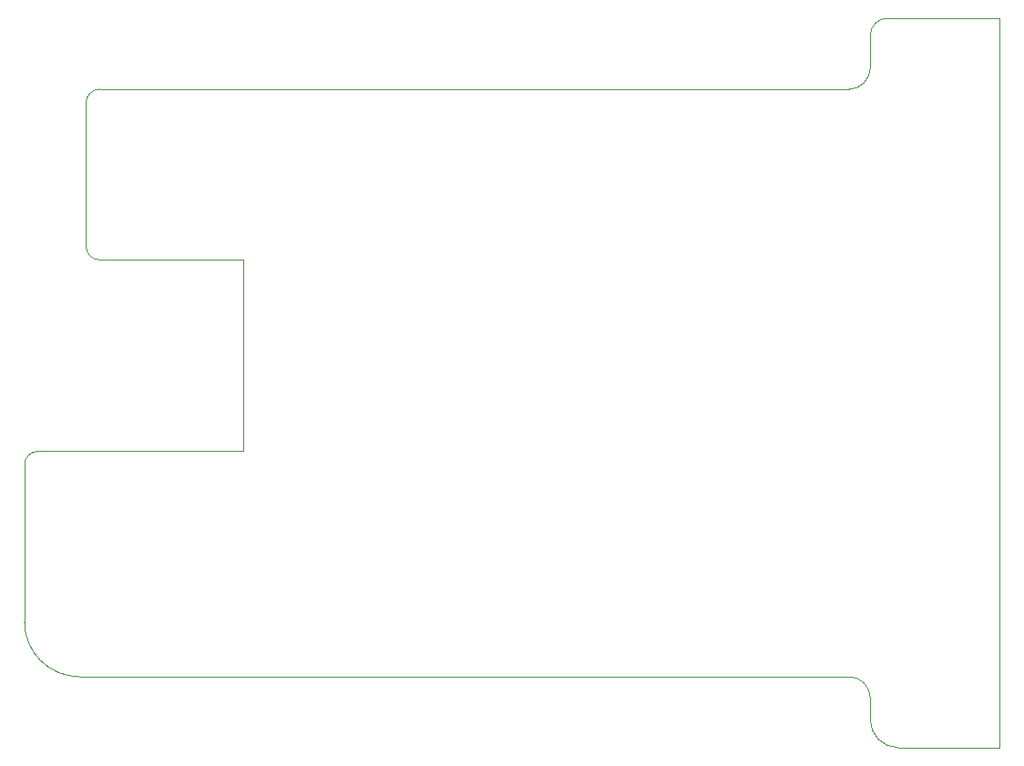
<source format=gbr>
G04 Layer_Color=0*
%FSLAX26Y26*%
%MOIN*%
%TF.FileFunction,Profile,NP*%
%TF.Part,Single*%
G01*
G75*
%TA.AperFunction,Profile*%
%ADD196C,0.001000*%
D196*
X3199977Y3000000D02*
X6015748D01*
D02*
G02*
X6094488Y2921260I-0J-78740D01*
G01*
X6094488Y2842519D01*
D02*
G03*
X6196850Y2740158I102361J-1D01*
G01*
X6566929Y2740157D01*
Y5409449D01*
X6157480Y5409449D01*
D02*
G03*
X6094488Y5346457I-1J-62990D01*
G01*
X6094488Y5228347D01*
D02*
G02*
X6015748Y5149606I-78738J-2D01*
G01*
X3275393Y5149606D01*
D02*
G03*
X3225000Y5099999I-418J-49975D01*
G01*
X3225000Y4575000D01*
D02*
G03*
X3275000Y4525000I49992J-8D01*
G01*
X3800000Y4525000D01*
Y3825000D01*
X3050000D01*
D02*
G03*
X3000000Y3775000I-39J-49961D01*
G01*
X3000000Y3200000D01*
D02*
G03*
X3199977Y3000000I199976J-24D01*
G01*
%TF.MD5,bcda55841d9ac9a4af9e5f819c11079a*%
M02*

</source>
